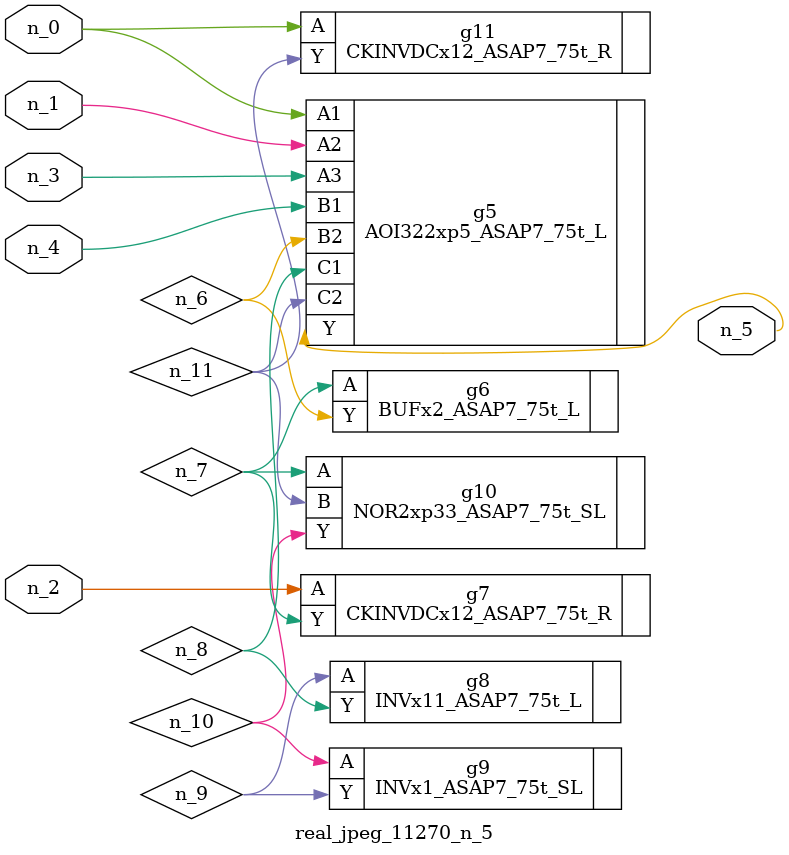
<source format=v>
module real_jpeg_11270_n_5 (n_4, n_0, n_1, n_2, n_3, n_5);

input n_4;
input n_0;
input n_1;
input n_2;
input n_3;

output n_5;

wire n_8;
wire n_11;
wire n_6;
wire n_7;
wire n_10;
wire n_9;

AOI322xp5_ASAP7_75t_L g5 ( 
.A1(n_0),
.A2(n_1),
.A3(n_3),
.B1(n_4),
.B2(n_6),
.C1(n_8),
.C2(n_11),
.Y(n_5)
);

CKINVDCx12_ASAP7_75t_R g11 ( 
.A(n_0),
.Y(n_11)
);

CKINVDCx12_ASAP7_75t_R g7 ( 
.A(n_2),
.Y(n_7)
);

BUFx2_ASAP7_75t_L g6 ( 
.A(n_7),
.Y(n_6)
);

NOR2xp33_ASAP7_75t_SL g10 ( 
.A(n_7),
.B(n_11),
.Y(n_10)
);

INVx11_ASAP7_75t_L g8 ( 
.A(n_9),
.Y(n_8)
);

INVx1_ASAP7_75t_SL g9 ( 
.A(n_10),
.Y(n_9)
);


endmodule
</source>
